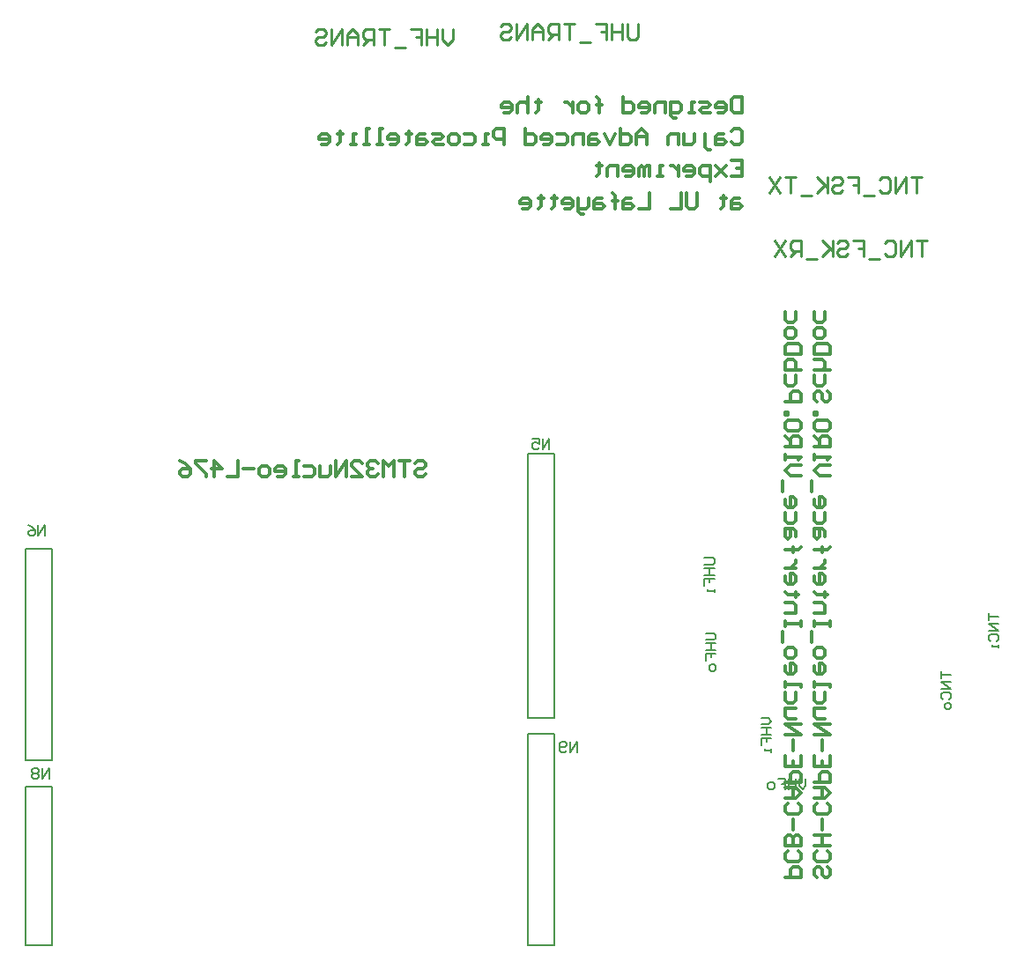
<source format=gbo>
G04*
G04 #@! TF.GenerationSoftware,Altium Limited,Altium Designer,19.1.6 (110)*
G04*
G04 Layer_Color=32896*
%FSLAX25Y25*%
%MOIN*%
G70*
G01*
G75*
%ADD13C,0.00787*%
%ADD15C,0.01000*%
%ADD16C,0.01200*%
D13*
X86299Y-271500D02*
Y-179000D01*
Y-171500D01*
X96299D01*
Y-271500D02*
Y-171500D01*
X86299Y-271500D02*
X96299D01*
X86299Y-357500D02*
X96299D01*
Y-277500D01*
X86299D02*
X96299D01*
X86299Y-357500D02*
Y-277500D01*
X-103701Y-287500D02*
X-93701D01*
Y-207500D01*
X-103701D02*
X-93701D01*
X-103701Y-287500D02*
Y-207500D01*
Y-357500D02*
X-93701D01*
X-103701Y-297500D02*
X-93701D01*
X-103701Y-357500D02*
Y-297500D01*
X-93701Y-357500D02*
Y-297500D01*
X191500Y-294564D02*
Y-297188D01*
X190188Y-298500D01*
X188876Y-297188D01*
Y-294564D01*
X187564D02*
Y-298500D01*
Y-296532D01*
X184940D01*
Y-294564D01*
Y-298500D01*
X181005Y-294564D02*
X183628D01*
Y-296532D01*
X182317D01*
X183628D01*
Y-298500D01*
X179037D02*
X177725D01*
X177069Y-297844D01*
Y-296532D01*
X177725Y-295876D01*
X179037D01*
X179693Y-296532D01*
Y-297844D01*
X179037Y-298500D01*
X174564Y-271500D02*
X177188D01*
X178500Y-272812D01*
X177188Y-274124D01*
X174564D01*
Y-275436D02*
X178500D01*
X176532D01*
Y-278060D01*
X174564D01*
X178500D01*
X174564Y-281995D02*
Y-279372D01*
X176532D01*
Y-280683D01*
Y-279372D01*
X178500D01*
Y-283307D02*
Y-284619D01*
Y-283963D01*
X175876D01*
Y-283307D01*
X153564Y-239500D02*
X156844D01*
X157500Y-240156D01*
Y-241468D01*
X156844Y-242124D01*
X153564D01*
Y-243436D02*
X157500D01*
X155532D01*
Y-246060D01*
X153564D01*
X157500D01*
X153564Y-249995D02*
Y-247372D01*
X155532D01*
Y-248683D01*
Y-247372D01*
X157500D01*
Y-251963D02*
Y-253275D01*
X156844Y-253931D01*
X155532D01*
X154876Y-253275D01*
Y-251963D01*
X155532Y-251307D01*
X156844D01*
X157500Y-251963D01*
X153064Y-211000D02*
X156344D01*
X157000Y-211656D01*
Y-212968D01*
X156344Y-213624D01*
X153064D01*
Y-214936D02*
X157000D01*
X155032D01*
Y-217560D01*
X153064D01*
X157000D01*
X153064Y-221495D02*
Y-218871D01*
X155032D01*
Y-220183D01*
Y-218871D01*
X157000D01*
Y-222807D02*
Y-224119D01*
Y-223463D01*
X154376D01*
Y-222807D01*
X242564Y-254000D02*
Y-256624D01*
Y-255312D01*
X246500D01*
Y-257936D02*
X242564D01*
X246500Y-260560D01*
X242564D01*
X243220Y-264495D02*
X242564Y-263839D01*
Y-262527D01*
X243220Y-261872D01*
X245844D01*
X246500Y-262527D01*
Y-263839D01*
X245844Y-264495D01*
X246500Y-266463D02*
Y-267775D01*
X245844Y-268431D01*
X244532D01*
X243876Y-267775D01*
Y-266463D01*
X244532Y-265807D01*
X245844D01*
X246500Y-266463D01*
X260564Y-232000D02*
Y-234624D01*
Y-233312D01*
X264500D01*
Y-235936D02*
X260564D01*
X264500Y-238560D01*
X260564D01*
X261220Y-242495D02*
X260564Y-241839D01*
Y-240527D01*
X261220Y-239872D01*
X263844D01*
X264500Y-240527D01*
Y-241839D01*
X263844Y-242495D01*
X264500Y-243807D02*
Y-245119D01*
Y-244463D01*
X261876D01*
Y-243807D01*
X105000Y-284500D02*
Y-280564D01*
X102376Y-284500D01*
Y-280564D01*
X101064Y-283844D02*
X100408Y-284500D01*
X99096D01*
X98440Y-283844D01*
Y-281220D01*
X99096Y-280564D01*
X100408D01*
X101064Y-281220D01*
Y-281876D01*
X100408Y-282532D01*
X98440D01*
X-94701Y-294500D02*
Y-290564D01*
X-97325Y-294500D01*
Y-290564D01*
X-98637Y-291220D02*
X-99292Y-290564D01*
X-100604D01*
X-101260Y-291220D01*
Y-291876D01*
X-100604Y-292532D01*
X-101260Y-293188D01*
Y-293844D01*
X-100604Y-294500D01*
X-99292D01*
X-98637Y-293844D01*
Y-293188D01*
X-99292Y-292532D01*
X-98637Y-291876D01*
Y-291220D01*
X-99292Y-292532D02*
X-100604D01*
X-96201Y-202500D02*
Y-198564D01*
X-98825Y-202500D01*
Y-198564D01*
X-102760D02*
X-101449Y-199220D01*
X-100136Y-200532D01*
Y-201844D01*
X-100793Y-202500D01*
X-102104D01*
X-102760Y-201844D01*
Y-201188D01*
X-102104Y-200532D01*
X-100136D01*
X94500Y-170000D02*
Y-166064D01*
X91876Y-170000D01*
Y-166064D01*
X87940D02*
X90564D01*
Y-168032D01*
X89252Y-167376D01*
X88596D01*
X87940Y-168032D01*
Y-169344D01*
X88596Y-170000D01*
X89908D01*
X90564Y-169344D01*
D15*
X57950Y-11052D02*
Y-15051D01*
X55951Y-17050D01*
X53951Y-15051D01*
Y-11052D01*
X51952D02*
Y-17050D01*
Y-14051D01*
X47953D01*
Y-11052D01*
Y-17050D01*
X41955Y-11052D02*
X45954D01*
Y-14051D01*
X43955D01*
X45954D01*
Y-17050D01*
X39956Y-18050D02*
X35957D01*
X33958Y-11052D02*
X29959D01*
X31958D01*
Y-17050D01*
X27960D02*
Y-11052D01*
X24961D01*
X23961Y-12052D01*
Y-14051D01*
X24961Y-15051D01*
X27960D01*
X25960D02*
X23961Y-17050D01*
X21962D02*
Y-13051D01*
X19962Y-11052D01*
X17963Y-13051D01*
Y-17050D01*
Y-14051D01*
X21962D01*
X15964Y-17050D02*
Y-11052D01*
X11965Y-17050D01*
Y-11052D01*
X5967Y-12052D02*
X6966Y-11052D01*
X8966D01*
X9966Y-12052D01*
Y-13051D01*
X8966Y-14051D01*
X6966D01*
X5967Y-15051D01*
Y-16050D01*
X6966Y-17050D01*
X8966D01*
X9966Y-16050D01*
X127950Y-9052D02*
Y-14050D01*
X126950Y-15050D01*
X124951D01*
X123951Y-14050D01*
Y-9052D01*
X121952D02*
Y-15050D01*
Y-12051D01*
X117953D01*
Y-9052D01*
Y-15050D01*
X111955Y-9052D02*
X115954D01*
Y-12051D01*
X113954D01*
X115954D01*
Y-15050D01*
X109956Y-16050D02*
X105957D01*
X103958Y-9052D02*
X99959D01*
X101958D01*
Y-15050D01*
X97960D02*
Y-9052D01*
X94961D01*
X93961Y-10052D01*
Y-12051D01*
X94961Y-13051D01*
X97960D01*
X95960D02*
X93961Y-15050D01*
X91962D02*
Y-11051D01*
X89962Y-9052D01*
X87963Y-11051D01*
Y-15050D01*
Y-12051D01*
X91962D01*
X85964Y-15050D02*
Y-9052D01*
X81965Y-15050D01*
Y-9052D01*
X75967Y-10052D02*
X76967Y-9052D01*
X78966D01*
X79966Y-10052D01*
Y-11051D01*
X78966Y-12051D01*
X76967D01*
X75967Y-13051D01*
Y-14050D01*
X76967Y-15050D01*
X78966D01*
X79966Y-14050D01*
X235500Y-67002D02*
X231501D01*
X233501D01*
Y-73000D01*
X229502D02*
Y-67002D01*
X225503Y-73000D01*
Y-67002D01*
X219505Y-68002D02*
X220505Y-67002D01*
X222504D01*
X223504Y-68002D01*
Y-72000D01*
X222504Y-73000D01*
X220505D01*
X219505Y-72000D01*
X217506Y-74000D02*
X213507D01*
X207509Y-67002D02*
X211508D01*
Y-70001D01*
X209508D01*
X211508D01*
Y-73000D01*
X201511Y-68002D02*
X202511Y-67002D01*
X204510D01*
X205510Y-68002D01*
Y-69001D01*
X204510Y-70001D01*
X202511D01*
X201511Y-71001D01*
Y-72000D01*
X202511Y-73000D01*
X204510D01*
X205510Y-72000D01*
X199512Y-67002D02*
Y-73000D01*
Y-71001D01*
X195513Y-67002D01*
X198512Y-70001D01*
X195513Y-73000D01*
X193514Y-74000D02*
X189515D01*
X187515Y-67002D02*
X183517D01*
X185516D01*
Y-73000D01*
X181518Y-67002D02*
X177519Y-73000D01*
Y-67002D02*
X181518Y-73000D01*
X237500Y-91002D02*
X233501D01*
X235501D01*
Y-97000D01*
X231502D02*
Y-91002D01*
X227503Y-97000D01*
Y-91002D01*
X221505Y-92002D02*
X222505Y-91002D01*
X224504D01*
X225504Y-92002D01*
Y-96000D01*
X224504Y-97000D01*
X222505D01*
X221505Y-96000D01*
X219506Y-98000D02*
X215507D01*
X209509Y-91002D02*
X213508D01*
Y-94001D01*
X211508D01*
X213508D01*
Y-97000D01*
X203511Y-92002D02*
X204511Y-91002D01*
X206510D01*
X207510Y-92002D01*
Y-93001D01*
X206510Y-94001D01*
X204511D01*
X203511Y-95001D01*
Y-96000D01*
X204511Y-97000D01*
X206510D01*
X207510Y-96000D01*
X201512Y-91002D02*
Y-97000D01*
Y-95001D01*
X197513Y-91002D01*
X200512Y-94001D01*
X197513Y-97000D01*
X195514Y-98000D02*
X191515D01*
X189515Y-97000D02*
Y-91002D01*
X186516D01*
X185517Y-92002D01*
Y-94001D01*
X186516Y-95001D01*
X189515D01*
X187516D02*
X185517Y-97000D01*
X183518Y-91002D02*
X179519Y-97000D01*
Y-91002D02*
X183518Y-97000D01*
D16*
X167300Y-36571D02*
Y-42570D01*
X164301D01*
X163301Y-41570D01*
Y-37571D01*
X164301Y-36571D01*
X167300D01*
X158303Y-42570D02*
X160302D01*
X161302Y-41570D01*
Y-39571D01*
X160302Y-38571D01*
X158303D01*
X157303Y-39571D01*
Y-40570D01*
X161302D01*
X155304Y-42570D02*
X152305D01*
X151305Y-41570D01*
X152305Y-40570D01*
X154304D01*
X155304Y-39571D01*
X154304Y-38571D01*
X151305D01*
X149306Y-42570D02*
X147307D01*
X148306D01*
Y-38571D01*
X149306D01*
X142308Y-44569D02*
X141308D01*
X140309Y-43569D01*
Y-38571D01*
X143308D01*
X144307Y-39571D01*
Y-41570D01*
X143308Y-42570D01*
X140309D01*
X138309D02*
Y-38571D01*
X135310D01*
X134311Y-39571D01*
Y-42570D01*
X129312D02*
X131312D01*
X132311Y-41570D01*
Y-39571D01*
X131312Y-38571D01*
X129312D01*
X128313Y-39571D01*
Y-40570D01*
X132311D01*
X122315Y-36571D02*
Y-42570D01*
X125314D01*
X126313Y-41570D01*
Y-39571D01*
X125314Y-38571D01*
X122315D01*
X113318Y-42570D02*
Y-37571D01*
Y-39571D01*
X114317D01*
X112318D01*
X113318D01*
Y-37571D01*
X112318Y-36571D01*
X108319Y-42570D02*
X106320D01*
X105320Y-41570D01*
Y-39571D01*
X106320Y-38571D01*
X108319D01*
X109319Y-39571D01*
Y-41570D01*
X108319Y-42570D01*
X103321Y-38571D02*
Y-42570D01*
Y-40570D01*
X102321Y-39571D01*
X101321Y-38571D01*
X100322D01*
X90325Y-37571D02*
Y-38571D01*
X91325D01*
X89325D01*
X90325D01*
Y-41570D01*
X89325Y-42570D01*
X86326Y-36571D02*
Y-42570D01*
Y-39571D01*
X85326Y-38571D01*
X83327D01*
X82328Y-39571D01*
Y-42570D01*
X77329D02*
X79329D01*
X80328Y-41570D01*
Y-39571D01*
X79329Y-38571D01*
X77329D01*
X76329Y-39571D01*
Y-40570D01*
X80328D01*
X163301Y-49648D02*
X164301Y-48649D01*
X166300D01*
X167300Y-49648D01*
Y-53647D01*
X166300Y-54647D01*
X164301D01*
X163301Y-53647D01*
X160302Y-50648D02*
X158303D01*
X157303Y-51648D01*
Y-54647D01*
X160302D01*
X161302Y-53647D01*
X160302Y-52647D01*
X157303D01*
X155304Y-56646D02*
X154304D01*
X153305Y-55646D01*
Y-50648D01*
X149306D02*
Y-53647D01*
X148306Y-54647D01*
X145307D01*
Y-50648D01*
X143308Y-54647D02*
Y-50648D01*
X140309D01*
X139309Y-51648D01*
Y-54647D01*
X131312D02*
Y-50648D01*
X129312Y-48649D01*
X127313Y-50648D01*
Y-54647D01*
Y-51648D01*
X131312D01*
X121315Y-48649D02*
Y-54647D01*
X124314D01*
X125314Y-53647D01*
Y-51648D01*
X124314Y-50648D01*
X121315D01*
X119316D02*
X117316Y-54647D01*
X115317Y-50648D01*
X112318D02*
X110318D01*
X109319Y-51648D01*
Y-54647D01*
X112318D01*
X113318Y-53647D01*
X112318Y-52647D01*
X109319D01*
X107319Y-54647D02*
Y-50648D01*
X104320D01*
X103321Y-51648D01*
Y-54647D01*
X97323Y-50648D02*
X100322D01*
X101321Y-51648D01*
Y-53647D01*
X100322Y-54647D01*
X97323D01*
X92324D02*
X94324D01*
X95323Y-53647D01*
Y-51648D01*
X94324Y-50648D01*
X92324D01*
X91325Y-51648D01*
Y-52647D01*
X95323D01*
X85326Y-48649D02*
Y-54647D01*
X88326D01*
X89325Y-53647D01*
Y-51648D01*
X88326Y-50648D01*
X85326D01*
X77329Y-54647D02*
Y-48649D01*
X74330D01*
X73330Y-49648D01*
Y-51648D01*
X74330Y-52647D01*
X77329D01*
X71331Y-54647D02*
X69332D01*
X70331D01*
Y-50648D01*
X71331D01*
X62334D02*
X65333D01*
X66333Y-51648D01*
Y-53647D01*
X65333Y-54647D01*
X62334D01*
X59335D02*
X57336D01*
X56336Y-53647D01*
Y-51648D01*
X57336Y-50648D01*
X59335D01*
X60335Y-51648D01*
Y-53647D01*
X59335Y-54647D01*
X54337D02*
X51337D01*
X50338Y-53647D01*
X51337Y-52647D01*
X53337D01*
X54337Y-51648D01*
X53337Y-50648D01*
X50338D01*
X47339D02*
X45339D01*
X44340Y-51648D01*
Y-54647D01*
X47339D01*
X48338Y-53647D01*
X47339Y-52647D01*
X44340D01*
X41341Y-49648D02*
Y-50648D01*
X42340D01*
X40341D01*
X41341D01*
Y-53647D01*
X40341Y-54647D01*
X34343D02*
X36342D01*
X37342Y-53647D01*
Y-51648D01*
X36342Y-50648D01*
X34343D01*
X33343Y-51648D01*
Y-52647D01*
X37342D01*
X31344Y-54647D02*
X29345D01*
X30344D01*
Y-48649D01*
X31344D01*
X26346Y-54647D02*
X24346D01*
X25346D01*
Y-48649D01*
X26346D01*
X21347Y-54647D02*
X19348D01*
X20347D01*
Y-50648D01*
X21347D01*
X15349Y-49648D02*
Y-50648D01*
X16349D01*
X14349D01*
X15349D01*
Y-53647D01*
X14349Y-54647D01*
X8351D02*
X10351D01*
X11350Y-53647D01*
Y-51648D01*
X10351Y-50648D01*
X8351D01*
X7352Y-51648D01*
Y-52647D01*
X11350D01*
X163301Y-60726D02*
X167300D01*
Y-66724D01*
X163301D01*
X167300Y-63725D02*
X165301D01*
X161302Y-62725D02*
X157303Y-66724D01*
X159303Y-64724D01*
X157303Y-62725D01*
X161302Y-66724D01*
X155304Y-68723D02*
Y-62725D01*
X152305D01*
X151305Y-63725D01*
Y-65724D01*
X152305Y-66724D01*
X155304D01*
X146307D02*
X148306D01*
X149306Y-65724D01*
Y-63725D01*
X148306Y-62725D01*
X146307D01*
X145307Y-63725D01*
Y-64724D01*
X149306D01*
X143308Y-62725D02*
Y-66724D01*
Y-64724D01*
X142308Y-63725D01*
X141308Y-62725D01*
X140309D01*
X137310Y-66724D02*
X135310D01*
X136310D01*
Y-62725D01*
X137310D01*
X132311Y-66724D02*
Y-62725D01*
X131312D01*
X130312Y-63725D01*
Y-66724D01*
Y-63725D01*
X129312Y-62725D01*
X128313Y-63725D01*
Y-66724D01*
X123314D02*
X125314D01*
X126313Y-65724D01*
Y-63725D01*
X125314Y-62725D01*
X123314D01*
X122315Y-63725D01*
Y-64724D01*
X126313D01*
X120315Y-66724D02*
Y-62725D01*
X117316D01*
X116316Y-63725D01*
Y-66724D01*
X113318Y-61725D02*
Y-62725D01*
X114317D01*
X112318D01*
X113318D01*
Y-65724D01*
X112318Y-66724D01*
X166300Y-74802D02*
X164301D01*
X163301Y-75802D01*
Y-78801D01*
X166300D01*
X167300Y-77801D01*
X166300Y-76801D01*
X163301D01*
X160302Y-73802D02*
Y-74802D01*
X161302D01*
X159303D01*
X160302D01*
Y-77801D01*
X159303Y-78801D01*
X150305Y-72803D02*
Y-77801D01*
X149306Y-78801D01*
X147307D01*
X146307Y-77801D01*
Y-72803D01*
X144307D02*
Y-78801D01*
X140309D01*
X132311Y-72803D02*
Y-78801D01*
X128313D01*
X125314Y-74802D02*
X123314D01*
X122315Y-75802D01*
Y-78801D01*
X125314D01*
X126313Y-77801D01*
X125314Y-76801D01*
X122315D01*
X119316Y-78801D02*
Y-73802D01*
Y-75802D01*
X120315D01*
X118316D01*
X119316D01*
Y-73802D01*
X118316Y-72803D01*
X114317Y-74802D02*
X112318D01*
X111318Y-75802D01*
Y-78801D01*
X114317D01*
X115317Y-77801D01*
X114317Y-76801D01*
X111318D01*
X109319Y-74802D02*
Y-77801D01*
X108319Y-78801D01*
X105320D01*
Y-79800D01*
X106320Y-80800D01*
X107319D01*
X105320Y-78801D02*
Y-74802D01*
X100322Y-78801D02*
X102321D01*
X103321Y-77801D01*
Y-75802D01*
X102321Y-74802D01*
X100322D01*
X99322Y-75802D01*
Y-76801D01*
X103321D01*
X96323Y-73802D02*
Y-74802D01*
X97323D01*
X95323D01*
X96323D01*
Y-77801D01*
X95323Y-78801D01*
X91325Y-73802D02*
Y-74802D01*
X92324D01*
X90325D01*
X91325D01*
Y-77801D01*
X90325Y-78801D01*
X84327D02*
X86326D01*
X87326Y-77801D01*
Y-75802D01*
X86326Y-74802D01*
X84327D01*
X83327Y-75802D01*
Y-76801D01*
X87326D01*
X43801Y-175302D02*
X44801Y-174302D01*
X46800D01*
X47800Y-175302D01*
Y-176301D01*
X46800Y-177301D01*
X44801D01*
X43801Y-178301D01*
Y-179300D01*
X44801Y-180300D01*
X46800D01*
X47800Y-179300D01*
X41802Y-174302D02*
X37803D01*
X39803D01*
Y-180300D01*
X35804D02*
Y-174302D01*
X33805Y-176301D01*
X31805Y-174302D01*
Y-180300D01*
X29806Y-175302D02*
X28806Y-174302D01*
X26807D01*
X25807Y-175302D01*
Y-176301D01*
X26807Y-177301D01*
X27806D01*
X26807D01*
X25807Y-178301D01*
Y-179300D01*
X26807Y-180300D01*
X28806D01*
X29806Y-179300D01*
X19809Y-180300D02*
X23808D01*
X19809Y-176301D01*
Y-175302D01*
X20809Y-174302D01*
X22808D01*
X23808Y-175302D01*
X17810Y-180300D02*
Y-174302D01*
X13811Y-180300D01*
Y-174302D01*
X11812Y-176301D02*
Y-179300D01*
X10812Y-180300D01*
X7813D01*
Y-176301D01*
X1815D02*
X4814D01*
X5814Y-177301D01*
Y-179300D01*
X4814Y-180300D01*
X1815D01*
X-184D02*
X-2184D01*
X-1184D01*
Y-174302D01*
X-184D01*
X-8182Y-180300D02*
X-6182D01*
X-5183Y-179300D01*
Y-177301D01*
X-6182Y-176301D01*
X-8182D01*
X-9182Y-177301D01*
Y-178301D01*
X-5183D01*
X-12181Y-180300D02*
X-14180D01*
X-15180Y-179300D01*
Y-177301D01*
X-14180Y-176301D01*
X-12181D01*
X-11181Y-177301D01*
Y-179300D01*
X-12181Y-180300D01*
X-17179Y-177301D02*
X-21178D01*
X-23177Y-174302D02*
Y-180300D01*
X-27176D01*
X-32174D02*
Y-174302D01*
X-29175Y-177301D01*
X-33174D01*
X-35173Y-174302D02*
X-39172D01*
Y-175302D01*
X-35173Y-179300D01*
Y-180300D01*
X-45170Y-174302D02*
X-43171Y-175302D01*
X-41171Y-177301D01*
Y-179300D01*
X-42171Y-180300D01*
X-44170D01*
X-45170Y-179300D01*
Y-178301D01*
X-44170Y-177301D01*
X-41171D01*
X199775Y-327801D02*
X200775Y-328801D01*
Y-330800D01*
X199775Y-331800D01*
X198776D01*
X197776Y-330800D01*
Y-328801D01*
X196776Y-327801D01*
X195777D01*
X194777Y-328801D01*
Y-330800D01*
X195777Y-331800D01*
X199775Y-321803D02*
X200775Y-322803D01*
Y-324802D01*
X199775Y-325802D01*
X195777D01*
X194777Y-324802D01*
Y-322803D01*
X195777Y-321803D01*
X200775Y-319804D02*
X194777D01*
X197776D01*
Y-315805D01*
X200775D01*
X194777D01*
X197776Y-313806D02*
Y-309807D01*
X199775Y-303809D02*
X200775Y-304809D01*
Y-306808D01*
X199775Y-307808D01*
X195777D01*
X194777Y-306808D01*
Y-304809D01*
X195777Y-303809D01*
X194777Y-301810D02*
X198776D01*
X200775Y-299810D01*
X198776Y-297811D01*
X194777D01*
X197776D01*
Y-301810D01*
X194777Y-295812D02*
X200775D01*
Y-292813D01*
X199775Y-291813D01*
X197776D01*
X196776Y-292813D01*
Y-295812D01*
X200775Y-285815D02*
Y-289814D01*
X194777D01*
Y-285815D01*
X197776Y-289814D02*
Y-287814D01*
Y-283816D02*
Y-279817D01*
X194777Y-277818D02*
X200775D01*
X194777Y-273819D01*
X200775D01*
X198776Y-271819D02*
X195777D01*
X194777Y-270820D01*
Y-267821D01*
X198776D01*
Y-261823D02*
Y-264822D01*
X197776Y-265821D01*
X195777D01*
X194777Y-264822D01*
Y-261823D01*
Y-259823D02*
Y-257824D01*
Y-258824D01*
X200775D01*
Y-259823D01*
X194777Y-251826D02*
Y-253825D01*
X195777Y-254825D01*
X197776D01*
X198776Y-253825D01*
Y-251826D01*
X197776Y-250826D01*
X196776D01*
Y-254825D01*
X194777Y-247827D02*
Y-245828D01*
X195777Y-244828D01*
X197776D01*
X198776Y-245828D01*
Y-247827D01*
X197776Y-248827D01*
X195777D01*
X194777Y-247827D01*
X193777Y-242829D02*
Y-238830D01*
X200775Y-236831D02*
Y-234831D01*
Y-235831D01*
X194777D01*
Y-236831D01*
Y-234831D01*
Y-231832D02*
X198776D01*
Y-228833D01*
X197776Y-227834D01*
X194777D01*
X199775Y-224835D02*
X198776D01*
Y-225834D01*
Y-223835D01*
Y-224835D01*
X195777D01*
X194777Y-223835D01*
Y-217837D02*
Y-219836D01*
X195777Y-220836D01*
X197776D01*
X198776Y-219836D01*
Y-217837D01*
X197776Y-216837D01*
X196776D01*
Y-220836D01*
X198776Y-214838D02*
X194777D01*
X196776D01*
X197776Y-213838D01*
X198776Y-212839D01*
Y-211839D01*
X194777Y-207840D02*
X199775D01*
X197776D01*
Y-208840D01*
Y-206840D01*
Y-207840D01*
X199775D01*
X200775Y-206840D01*
X198776Y-202842D02*
Y-200842D01*
X197776Y-199843D01*
X194777D01*
Y-202842D01*
X195777Y-203841D01*
X196776Y-202842D01*
Y-199843D01*
X198776Y-193845D02*
Y-196844D01*
X197776Y-197843D01*
X195777D01*
X194777Y-196844D01*
Y-193845D01*
Y-188846D02*
Y-190846D01*
X195777Y-191845D01*
X197776D01*
X198776Y-190846D01*
Y-188846D01*
X197776Y-187847D01*
X196776D01*
Y-191845D01*
X193777Y-185847D02*
Y-181849D01*
X200775Y-179849D02*
X196776D01*
X194777Y-177850D01*
X196776Y-175850D01*
X200775D01*
X194777Y-173851D02*
Y-171852D01*
Y-172851D01*
X200775D01*
X199775Y-173851D01*
X194777Y-168853D02*
X200775D01*
Y-165854D01*
X199775Y-164854D01*
X197776D01*
X196776Y-165854D01*
Y-168853D01*
Y-166853D02*
X194777Y-164854D01*
X199775Y-162855D02*
X200775Y-161855D01*
Y-159856D01*
X199775Y-158856D01*
X195777D01*
X194777Y-159856D01*
Y-161855D01*
X195777Y-162855D01*
X199775D01*
X194777Y-156857D02*
X195777D01*
Y-155857D01*
X194777D01*
Y-156857D01*
X199775Y-147860D02*
X200775Y-148859D01*
Y-150858D01*
X199775Y-151858D01*
X198776D01*
X197776Y-150858D01*
Y-148859D01*
X196776Y-147860D01*
X195777D01*
X194777Y-148859D01*
Y-150858D01*
X195777Y-151858D01*
X198776Y-141861D02*
Y-144860D01*
X197776Y-145860D01*
X195777D01*
X194777Y-144860D01*
Y-141861D01*
X200775Y-139862D02*
X194777D01*
X197776D01*
X198776Y-138862D01*
Y-136863D01*
X197776Y-135863D01*
X194777D01*
X200775Y-133864D02*
X194777D01*
Y-130865D01*
X195777Y-129865D01*
X199775D01*
X200775Y-130865D01*
Y-133864D01*
X194777Y-126866D02*
Y-124867D01*
X195777Y-123867D01*
X197776D01*
X198776Y-124867D01*
Y-126866D01*
X197776Y-127866D01*
X195777D01*
X194777Y-126866D01*
X198776Y-117869D02*
Y-120868D01*
X197776Y-121868D01*
X195777D01*
X194777Y-120868D01*
Y-117869D01*
X183700Y-331800D02*
X189698D01*
Y-328801D01*
X188698Y-327801D01*
X186699D01*
X185699Y-328801D01*
Y-331800D01*
X188698Y-321803D02*
X189698Y-322803D01*
Y-324802D01*
X188698Y-325802D01*
X184699D01*
X183700Y-324802D01*
Y-322803D01*
X184699Y-321803D01*
X189698Y-319804D02*
X183700D01*
Y-316805D01*
X184699Y-315805D01*
X185699D01*
X186699Y-316805D01*
Y-319804D01*
Y-316805D01*
X187698Y-315805D01*
X188698D01*
X189698Y-316805D01*
Y-319804D01*
X186699Y-313806D02*
Y-309807D01*
X188698Y-303809D02*
X189698Y-304809D01*
Y-306808D01*
X188698Y-307808D01*
X184699D01*
X183700Y-306808D01*
Y-304809D01*
X184699Y-303809D01*
X183700Y-301810D02*
X187698D01*
X189698Y-299810D01*
X187698Y-297811D01*
X183700D01*
X186699D01*
Y-301810D01*
X183700Y-295812D02*
X189698D01*
Y-292813D01*
X188698Y-291813D01*
X186699D01*
X185699Y-292813D01*
Y-295812D01*
X189698Y-285815D02*
Y-289814D01*
X183700D01*
Y-285815D01*
X186699Y-289814D02*
Y-287814D01*
Y-283816D02*
Y-279817D01*
X183700Y-277818D02*
X189698D01*
X183700Y-273819D01*
X189698D01*
X187698Y-271819D02*
X184699D01*
X183700Y-270820D01*
Y-267821D01*
X187698D01*
Y-261823D02*
Y-264822D01*
X186699Y-265821D01*
X184699D01*
X183700Y-264822D01*
Y-261823D01*
Y-259823D02*
Y-257824D01*
Y-258824D01*
X189698D01*
Y-259823D01*
X183700Y-251826D02*
Y-253825D01*
X184699Y-254825D01*
X186699D01*
X187698Y-253825D01*
Y-251826D01*
X186699Y-250826D01*
X185699D01*
Y-254825D01*
X183700Y-247827D02*
Y-245828D01*
X184699Y-244828D01*
X186699D01*
X187698Y-245828D01*
Y-247827D01*
X186699Y-248827D01*
X184699D01*
X183700Y-247827D01*
X182700Y-242829D02*
Y-238830D01*
X189698Y-236831D02*
Y-234831D01*
Y-235831D01*
X183700D01*
Y-236831D01*
Y-234831D01*
Y-231832D02*
X187698D01*
Y-228833D01*
X186699Y-227834D01*
X183700D01*
X188698Y-224835D02*
X187698D01*
Y-225834D01*
Y-223835D01*
Y-224835D01*
X184699D01*
X183700Y-223835D01*
Y-217837D02*
Y-219836D01*
X184699Y-220836D01*
X186699D01*
X187698Y-219836D01*
Y-217837D01*
X186699Y-216837D01*
X185699D01*
Y-220836D01*
X187698Y-214838D02*
X183700D01*
X185699D01*
X186699Y-213838D01*
X187698Y-212839D01*
Y-211839D01*
X183700Y-207840D02*
X188698D01*
X186699D01*
Y-208840D01*
Y-206840D01*
Y-207840D01*
X188698D01*
X189698Y-206840D01*
X187698Y-202842D02*
Y-200842D01*
X186699Y-199843D01*
X183700D01*
Y-202842D01*
X184699Y-203841D01*
X185699Y-202842D01*
Y-199843D01*
X187698Y-193845D02*
Y-196844D01*
X186699Y-197843D01*
X184699D01*
X183700Y-196844D01*
Y-193845D01*
Y-188846D02*
Y-190846D01*
X184699Y-191845D01*
X186699D01*
X187698Y-190846D01*
Y-188846D01*
X186699Y-187847D01*
X185699D01*
Y-191845D01*
X182700Y-185847D02*
Y-181849D01*
X189698Y-179849D02*
X185699D01*
X183700Y-177850D01*
X185699Y-175850D01*
X189698D01*
X183700Y-173851D02*
Y-171852D01*
Y-172851D01*
X189698D01*
X188698Y-173851D01*
X183700Y-168853D02*
X189698D01*
Y-165854D01*
X188698Y-164854D01*
X186699D01*
X185699Y-165854D01*
Y-168853D01*
Y-166853D02*
X183700Y-164854D01*
X188698Y-162855D02*
X189698Y-161855D01*
Y-159856D01*
X188698Y-158856D01*
X184699D01*
X183700Y-159856D01*
Y-161855D01*
X184699Y-162855D01*
X188698D01*
X183700Y-156857D02*
X184699D01*
Y-155857D01*
X183700D01*
Y-156857D01*
Y-151858D02*
X189698D01*
Y-148859D01*
X188698Y-147860D01*
X186699D01*
X185699Y-148859D01*
Y-151858D01*
X187698Y-141861D02*
Y-144860D01*
X186699Y-145860D01*
X184699D01*
X183700Y-144860D01*
Y-141861D01*
X189698Y-139862D02*
X183700D01*
Y-136863D01*
X184699Y-135863D01*
X185699D01*
X186699D01*
X187698Y-136863D01*
Y-139862D01*
X189698Y-133864D02*
X183700D01*
Y-130865D01*
X184699Y-129865D01*
X188698D01*
X189698Y-130865D01*
Y-133864D01*
X183700Y-126866D02*
Y-124867D01*
X184699Y-123867D01*
X186699D01*
X187698Y-124867D01*
Y-126866D01*
X186699Y-127866D01*
X184699D01*
X183700Y-126866D01*
X187698Y-117869D02*
Y-120868D01*
X186699Y-121868D01*
X184699D01*
X183700Y-120868D01*
Y-117869D01*
M02*

</source>
